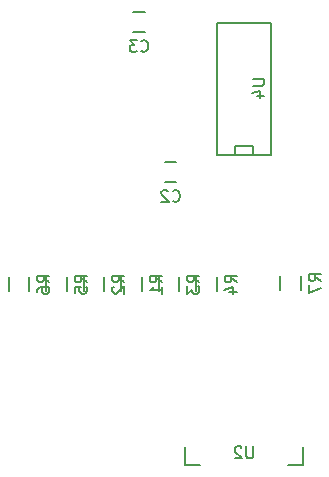
<source format=gbo>
G04 #@! TF.FileFunction,Legend,Bot*
%FSLAX46Y46*%
G04 Gerber Fmt 4.6, Leading zero omitted, Abs format (unit mm)*
G04 Created by KiCad (PCBNEW 4.0.2+e4-6225~38~ubuntu14.04.1-stable) date Thu 21 Jul 2016 05:34:04 PM CEST*
%MOMM*%
G01*
G04 APERTURE LIST*
%ADD10C,0.100000*%
%ADD11C,0.150000*%
G04 APERTURE END LIST*
D10*
D11*
X190492000Y-103720000D02*
X189492000Y-103720000D01*
X189492000Y-102020000D02*
X190492000Y-102020000D01*
X187825000Y-91020000D02*
X186825000Y-91020000D01*
X186825000Y-89320000D02*
X187825000Y-89320000D01*
X185815000Y-111795000D02*
X185815000Y-112995000D01*
X187565000Y-112995000D02*
X187565000Y-111795000D01*
X182640000Y-111795000D02*
X182640000Y-112995000D01*
X184390000Y-112995000D02*
X184390000Y-111795000D01*
X188990000Y-111795000D02*
X188990000Y-112995000D01*
X190740000Y-112995000D02*
X190740000Y-111795000D01*
X192165000Y-111795000D02*
X192165000Y-112995000D01*
X193915000Y-112995000D02*
X193915000Y-111795000D01*
X179465000Y-111795000D02*
X179465000Y-112995000D01*
X181215000Y-112995000D02*
X181215000Y-111795000D01*
X176290000Y-111795000D02*
X176290000Y-112995000D01*
X178040000Y-112995000D02*
X178040000Y-111795000D01*
X199277000Y-111668000D02*
X199277000Y-112868000D01*
X201027000Y-112868000D02*
X201027000Y-111668000D01*
X191215000Y-127675000D02*
X192465000Y-127675000D01*
X191215000Y-127675000D02*
X191215000Y-126175000D01*
X201215000Y-127675000D02*
X201215000Y-126175000D01*
X201215000Y-127675000D02*
X199965000Y-127675000D01*
X196977000Y-101473000D02*
X196977000Y-100711000D01*
X196977000Y-100711000D02*
X195453000Y-100711000D01*
X195453000Y-100711000D02*
X195453000Y-101473000D01*
X198501000Y-90297000D02*
X193929000Y-90297000D01*
X193929000Y-90297000D02*
X193929000Y-101473000D01*
X193929000Y-101473000D02*
X198501000Y-101473000D01*
X198501000Y-101473000D02*
X198501000Y-90297000D01*
X190158666Y-105327143D02*
X190206285Y-105374762D01*
X190349142Y-105422381D01*
X190444380Y-105422381D01*
X190587238Y-105374762D01*
X190682476Y-105279524D01*
X190730095Y-105184286D01*
X190777714Y-104993810D01*
X190777714Y-104850952D01*
X190730095Y-104660476D01*
X190682476Y-104565238D01*
X190587238Y-104470000D01*
X190444380Y-104422381D01*
X190349142Y-104422381D01*
X190206285Y-104470000D01*
X190158666Y-104517619D01*
X189777714Y-104517619D02*
X189730095Y-104470000D01*
X189634857Y-104422381D01*
X189396761Y-104422381D01*
X189301523Y-104470000D01*
X189253904Y-104517619D01*
X189206285Y-104612857D01*
X189206285Y-104708095D01*
X189253904Y-104850952D01*
X189825333Y-105422381D01*
X189206285Y-105422381D01*
X187491666Y-92627143D02*
X187539285Y-92674762D01*
X187682142Y-92722381D01*
X187777380Y-92722381D01*
X187920238Y-92674762D01*
X188015476Y-92579524D01*
X188063095Y-92484286D01*
X188110714Y-92293810D01*
X188110714Y-92150952D01*
X188063095Y-91960476D01*
X188015476Y-91865238D01*
X187920238Y-91770000D01*
X187777380Y-91722381D01*
X187682142Y-91722381D01*
X187539285Y-91770000D01*
X187491666Y-91817619D01*
X187158333Y-91722381D02*
X186539285Y-91722381D01*
X186872619Y-92103333D01*
X186729761Y-92103333D01*
X186634523Y-92150952D01*
X186586904Y-92198571D01*
X186539285Y-92293810D01*
X186539285Y-92531905D01*
X186586904Y-92627143D01*
X186634523Y-92674762D01*
X186729761Y-92722381D01*
X187015476Y-92722381D01*
X187110714Y-92674762D01*
X187158333Y-92627143D01*
X189242381Y-112228334D02*
X188766190Y-111895000D01*
X189242381Y-111656905D02*
X188242381Y-111656905D01*
X188242381Y-112037858D01*
X188290000Y-112133096D01*
X188337619Y-112180715D01*
X188432857Y-112228334D01*
X188575714Y-112228334D01*
X188670952Y-112180715D01*
X188718571Y-112133096D01*
X188766190Y-112037858D01*
X188766190Y-111656905D01*
X189242381Y-113180715D02*
X189242381Y-112609286D01*
X189242381Y-112895000D02*
X188242381Y-112895000D01*
X188385238Y-112799762D01*
X188480476Y-112704524D01*
X188528095Y-112609286D01*
X186067381Y-112228334D02*
X185591190Y-111895000D01*
X186067381Y-111656905D02*
X185067381Y-111656905D01*
X185067381Y-112037858D01*
X185115000Y-112133096D01*
X185162619Y-112180715D01*
X185257857Y-112228334D01*
X185400714Y-112228334D01*
X185495952Y-112180715D01*
X185543571Y-112133096D01*
X185591190Y-112037858D01*
X185591190Y-111656905D01*
X185162619Y-112609286D02*
X185115000Y-112656905D01*
X185067381Y-112752143D01*
X185067381Y-112990239D01*
X185115000Y-113085477D01*
X185162619Y-113133096D01*
X185257857Y-113180715D01*
X185353095Y-113180715D01*
X185495952Y-113133096D01*
X186067381Y-112561667D01*
X186067381Y-113180715D01*
X192417381Y-112228334D02*
X191941190Y-111895000D01*
X192417381Y-111656905D02*
X191417381Y-111656905D01*
X191417381Y-112037858D01*
X191465000Y-112133096D01*
X191512619Y-112180715D01*
X191607857Y-112228334D01*
X191750714Y-112228334D01*
X191845952Y-112180715D01*
X191893571Y-112133096D01*
X191941190Y-112037858D01*
X191941190Y-111656905D01*
X191417381Y-112561667D02*
X191417381Y-113180715D01*
X191798333Y-112847381D01*
X191798333Y-112990239D01*
X191845952Y-113085477D01*
X191893571Y-113133096D01*
X191988810Y-113180715D01*
X192226905Y-113180715D01*
X192322143Y-113133096D01*
X192369762Y-113085477D01*
X192417381Y-112990239D01*
X192417381Y-112704524D01*
X192369762Y-112609286D01*
X192322143Y-112561667D01*
X195592381Y-112228334D02*
X195116190Y-111895000D01*
X195592381Y-111656905D02*
X194592381Y-111656905D01*
X194592381Y-112037858D01*
X194640000Y-112133096D01*
X194687619Y-112180715D01*
X194782857Y-112228334D01*
X194925714Y-112228334D01*
X195020952Y-112180715D01*
X195068571Y-112133096D01*
X195116190Y-112037858D01*
X195116190Y-111656905D01*
X194925714Y-113085477D02*
X195592381Y-113085477D01*
X194544762Y-112847381D02*
X195259048Y-112609286D01*
X195259048Y-113228334D01*
X182892381Y-112228334D02*
X182416190Y-111895000D01*
X182892381Y-111656905D02*
X181892381Y-111656905D01*
X181892381Y-112037858D01*
X181940000Y-112133096D01*
X181987619Y-112180715D01*
X182082857Y-112228334D01*
X182225714Y-112228334D01*
X182320952Y-112180715D01*
X182368571Y-112133096D01*
X182416190Y-112037858D01*
X182416190Y-111656905D01*
X181892381Y-113133096D02*
X181892381Y-112656905D01*
X182368571Y-112609286D01*
X182320952Y-112656905D01*
X182273333Y-112752143D01*
X182273333Y-112990239D01*
X182320952Y-113085477D01*
X182368571Y-113133096D01*
X182463810Y-113180715D01*
X182701905Y-113180715D01*
X182797143Y-113133096D01*
X182844762Y-113085477D01*
X182892381Y-112990239D01*
X182892381Y-112752143D01*
X182844762Y-112656905D01*
X182797143Y-112609286D01*
X179717381Y-112228334D02*
X179241190Y-111895000D01*
X179717381Y-111656905D02*
X178717381Y-111656905D01*
X178717381Y-112037858D01*
X178765000Y-112133096D01*
X178812619Y-112180715D01*
X178907857Y-112228334D01*
X179050714Y-112228334D01*
X179145952Y-112180715D01*
X179193571Y-112133096D01*
X179241190Y-112037858D01*
X179241190Y-111656905D01*
X178717381Y-113085477D02*
X178717381Y-112895000D01*
X178765000Y-112799762D01*
X178812619Y-112752143D01*
X178955476Y-112656905D01*
X179145952Y-112609286D01*
X179526905Y-112609286D01*
X179622143Y-112656905D01*
X179669762Y-112704524D01*
X179717381Y-112799762D01*
X179717381Y-112990239D01*
X179669762Y-113085477D01*
X179622143Y-113133096D01*
X179526905Y-113180715D01*
X179288810Y-113180715D01*
X179193571Y-113133096D01*
X179145952Y-113085477D01*
X179098333Y-112990239D01*
X179098333Y-112799762D01*
X179145952Y-112704524D01*
X179193571Y-112656905D01*
X179288810Y-112609286D01*
X202704381Y-112101334D02*
X202228190Y-111768000D01*
X202704381Y-111529905D02*
X201704381Y-111529905D01*
X201704381Y-111910858D01*
X201752000Y-112006096D01*
X201799619Y-112053715D01*
X201894857Y-112101334D01*
X202037714Y-112101334D01*
X202132952Y-112053715D01*
X202180571Y-112006096D01*
X202228190Y-111910858D01*
X202228190Y-111529905D01*
X201704381Y-112434667D02*
X201704381Y-113101334D01*
X202704381Y-112672762D01*
X196976905Y-126127381D02*
X196976905Y-126936905D01*
X196929286Y-127032143D01*
X196881667Y-127079762D01*
X196786429Y-127127381D01*
X196595952Y-127127381D01*
X196500714Y-127079762D01*
X196453095Y-127032143D01*
X196405476Y-126936905D01*
X196405476Y-126127381D01*
X195976905Y-126222619D02*
X195929286Y-126175000D01*
X195834048Y-126127381D01*
X195595952Y-126127381D01*
X195500714Y-126175000D01*
X195453095Y-126222619D01*
X195405476Y-126317857D01*
X195405476Y-126413095D01*
X195453095Y-126555952D01*
X196024524Y-127127381D01*
X195405476Y-127127381D01*
X196937381Y-94996095D02*
X197746905Y-94996095D01*
X197842143Y-95043714D01*
X197889762Y-95091333D01*
X197937381Y-95186571D01*
X197937381Y-95377048D01*
X197889762Y-95472286D01*
X197842143Y-95519905D01*
X197746905Y-95567524D01*
X196937381Y-95567524D01*
X197270714Y-96472286D02*
X197937381Y-96472286D01*
X196889762Y-96234190D02*
X197604048Y-95996095D01*
X197604048Y-96615143D01*
M02*

</source>
